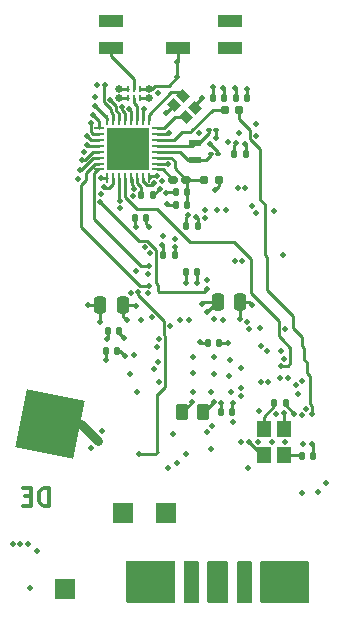
<source format=gbr>
G04 #@! TF.GenerationSoftware,KiCad,Pcbnew,(6.0.4)*
G04 #@! TF.CreationDate,2022-07-14T10:50:46-04:00*
G04 #@! TF.ProjectId,ratkit_design,7261746b-6974-45f6-9465-7369676e2e6b,RatKit2022_proA*
G04 #@! TF.SameCoordinates,PX41672a0PY65bcec0*
G04 #@! TF.FileFunction,Copper,L10,Bot*
G04 #@! TF.FilePolarity,Positive*
%FSLAX46Y46*%
G04 Gerber Fmt 4.6, Leading zero omitted, Abs format (unit mm)*
G04 Created by KiCad (PCBNEW (6.0.4)) date 2022-07-14 10:50:46*
%MOMM*%
%LPD*%
G01*
G04 APERTURE LIST*
G04 Aperture macros list*
%AMRoundRect*
0 Rectangle with rounded corners*
0 $1 Rounding radius*
0 $2 $3 $4 $5 $6 $7 $8 $9 X,Y pos of 4 corners*
0 Add a 4 corners polygon primitive as box body*
4,1,4,$2,$3,$4,$5,$6,$7,$8,$9,$2,$3,0*
0 Add four circle primitives for the rounded corners*
1,1,$1+$1,$2,$3*
1,1,$1+$1,$4,$5*
1,1,$1+$1,$6,$7*
1,1,$1+$1,$8,$9*
0 Add four rect primitives between the rounded corners*
20,1,$1+$1,$2,$3,$4,$5,0*
20,1,$1+$1,$4,$5,$6,$7,0*
20,1,$1+$1,$6,$7,$8,$9,0*
20,1,$1+$1,$8,$9,$2,$3,0*%
%AMRotRect*
0 Rectangle, with rotation*
0 The origin of the aperture is its center*
0 $1 length*
0 $2 width*
0 $3 Rotation angle, in degrees counterclockwise*
0 Add horizontal line*
21,1,$1,$2,0,0,$3*%
G04 Aperture macros list end*
%ADD10C,0.300000*%
G04 #@! TA.AperFunction,NonConductor*
%ADD11C,0.300000*%
G04 #@! TD*
G04 #@! TA.AperFunction,ComponentPad*
%ADD12R,1.700000X1.700000*%
G04 #@! TD*
G04 #@! TA.AperFunction,SMDPad,CuDef*
%ADD13RotRect,5.000000X5.000000X78.690000*%
G04 #@! TD*
G04 #@! TA.AperFunction,SMDPad,CuDef*
%ADD14R,1.200000X1.400000*%
G04 #@! TD*
G04 #@! TA.AperFunction,SMDPad,CuDef*
%ADD15RoundRect,0.140000X0.140000X0.170000X-0.140000X0.170000X-0.140000X-0.170000X0.140000X-0.170000X0*%
G04 #@! TD*
G04 #@! TA.AperFunction,SMDPad,CuDef*
%ADD16RoundRect,0.140000X-0.140000X-0.170000X0.140000X-0.170000X0.140000X0.170000X-0.140000X0.170000X0*%
G04 #@! TD*
G04 #@! TA.AperFunction,SMDPad,CuDef*
%ADD17RoundRect,0.062500X-0.337500X-0.062500X0.337500X-0.062500X0.337500X0.062500X-0.337500X0.062500X0*%
G04 #@! TD*
G04 #@! TA.AperFunction,SMDPad,CuDef*
%ADD18RoundRect,0.062500X-0.062500X-0.337500X0.062500X-0.337500X0.062500X0.337500X-0.062500X0.337500X0*%
G04 #@! TD*
G04 #@! TA.AperFunction,SMDPad,CuDef*
%ADD19R,3.600000X3.600000*%
G04 #@! TD*
G04 #@! TA.AperFunction,SMDPad,CuDef*
%ADD20RoundRect,0.135000X-0.135000X-0.185000X0.135000X-0.185000X0.135000X0.185000X-0.135000X0.185000X0*%
G04 #@! TD*
G04 #@! TA.AperFunction,SMDPad,CuDef*
%ADD21RoundRect,0.100000X-0.130000X-0.100000X0.130000X-0.100000X0.130000X0.100000X-0.130000X0.100000X0*%
G04 #@! TD*
G04 #@! TA.AperFunction,SMDPad,CuDef*
%ADD22RoundRect,0.250000X0.250000X0.475000X-0.250000X0.475000X-0.250000X-0.475000X0.250000X-0.475000X0*%
G04 #@! TD*
G04 #@! TA.AperFunction,SMDPad,CuDef*
%ADD23R,0.266700X0.548640*%
G04 #@! TD*
G04 #@! TA.AperFunction,SMDPad,CuDef*
%ADD24RoundRect,0.160000X0.222500X0.160000X-0.222500X0.160000X-0.222500X-0.160000X0.222500X-0.160000X0*%
G04 #@! TD*
G04 #@! TA.AperFunction,SMDPad,CuDef*
%ADD25RoundRect,0.160000X-0.197500X-0.160000X0.197500X-0.160000X0.197500X0.160000X-0.197500X0.160000X0*%
G04 #@! TD*
G04 #@! TA.AperFunction,SMDPad,CuDef*
%ADD26R,2.000000X1.000000*%
G04 #@! TD*
G04 #@! TA.AperFunction,SMDPad,CuDef*
%ADD27RoundRect,0.250000X0.262500X0.450000X-0.262500X0.450000X-0.262500X-0.450000X0.262500X-0.450000X0*%
G04 #@! TD*
G04 #@! TA.AperFunction,SMDPad,CuDef*
%ADD28R,1.100000X0.600000*%
G04 #@! TD*
G04 #@! TA.AperFunction,SMDPad,CuDef*
%ADD29RotRect,0.900000X0.800000X135.000000*%
G04 #@! TD*
G04 #@! TA.AperFunction,ViaPad*
%ADD30C,0.508000*%
G04 #@! TD*
G04 #@! TA.AperFunction,ViaPad*
%ADD31C,0.660400*%
G04 #@! TD*
G04 #@! TA.AperFunction,Conductor*
%ADD32C,0.254000*%
G04 #@! TD*
G04 #@! TA.AperFunction,Conductor*
%ADD33C,0.762000*%
G04 #@! TD*
G04 APERTURE END LIST*
D10*
D11*
X10977428Y13545429D02*
X10977428Y15045429D01*
X10620285Y15045429D01*
X10406000Y14974000D01*
X10263142Y14831143D01*
X10191714Y14688286D01*
X10120285Y14402572D01*
X10120285Y14188286D01*
X10191714Y13902572D01*
X10263142Y13759715D01*
X10406000Y13616858D01*
X10620285Y13545429D01*
X10977428Y13545429D01*
X9477428Y14331143D02*
X8977428Y14331143D01*
X8763142Y13545429D02*
X9477428Y13545429D01*
X9477428Y15045429D01*
X8763142Y15045429D01*
D12*
G04 #@! TO.P,J102,1,Pin_1*
G04 #@! TO.N,GND*
X12344400Y6502400D03*
G04 #@! TD*
G04 #@! TO.P,J103,1,Pin_1*
G04 #@! TO.N,V_Pot*
X20955000Y12954000D03*
G04 #@! TD*
G04 #@! TO.P,J101,1,Pin_1*
G04 #@! TO.N,V_Blue*
X17272000Y12954000D03*
G04 #@! TD*
D13*
G04 #@! TO.P,J51,1,1*
G04 #@! TO.N,/RatKit_Main/DE0*
X11074400Y20497800D03*
G04 #@! TD*
D14*
G04 #@! TO.P,Y50,1,1*
G04 #@! TO.N,/RatKit_Main/pXTAL1*
X29198200Y17823000D03*
G04 #@! TO.P,Y50,2,2*
G04 #@! TO.N,Net-(C55-Pad1)*
X29198200Y20023000D03*
G04 #@! TO.P,Y50,3,3*
G04 #@! TO.N,/RatKit_Main/pXTAL0*
X30898200Y20023000D03*
G04 #@! TO.P,Y50,4,4*
G04 #@! TO.N,Net-(C56-Pad1)*
X30898200Y17823000D03*
G04 #@! TD*
D15*
G04 #@! TO.P,C2,1*
G04 #@! TO.N,/RatKit_Main/L4SMPSb*
X22705000Y39039800D03*
G04 #@! TO.P,C2,2*
G04 #@! TO.N,GND*
X21745000Y39039800D03*
G04 #@! TD*
D16*
G04 #@! TO.P,C56,1*
G04 #@! TO.N,Net-(C56-Pad1)*
X32387600Y17729200D03*
G04 #@! TO.P,C56,2*
G04 #@! TO.N,GND*
X33347600Y17729200D03*
G04 #@! TD*
D17*
G04 #@! TO.P,U1,1,PB3*
G04 #@! TO.N,/RatKit_Main/PB3_ADC_VINP0*
X15253800Y42014200D03*
G04 #@! TO.P,U1,2,PB2*
G04 #@! TO.N,/RatKit_Main/PB2_ADC_VINM0*
X15253800Y42514200D03*
G04 #@! TO.P,U1,3,PB1*
G04 #@! TO.N,/RatKit_Main/PB1_ADC_VINP1*
X15253800Y43014200D03*
G04 #@! TO.P,U1,4,PB0*
G04 #@! TO.N,/RatKit_Main/PB0_ADC_VINM1*
X15253800Y43514200D03*
G04 #@! TO.P,U1,5,PA11*
G04 #@! TO.N,/RatKit_Main/SPI1_NSS*
X15253800Y44014200D03*
G04 #@! TO.P,U1,6,PA10*
G04 #@! TO.N,/RatKit_Main/SPI1_MISO*
X15253800Y44514200D03*
G04 #@! TO.P,U1,7,PA9*
G04 #@! TO.N,/RatKit_Main/SPI1_SCK*
X15253800Y45014200D03*
G04 #@! TO.P,U1,8,PA8*
G04 #@! TO.N,/RatKit_Main/SPI1_MOSI*
X15253800Y45514200D03*
D18*
G04 #@! TO.P,U1,9,PA0*
G04 #@! TO.N,/RatKit_Main/uI2C1_SCL*
X15953800Y46214200D03*
G04 #@! TO.P,U1,10,PA1*
G04 #@! TO.N,/RatKit_Main/uI2C1_SDA*
X16453800Y46214200D03*
G04 #@! TO.P,U1,11,PA2*
G04 #@! TO.N,/RatKit_Main/uSWDIO*
X16953800Y46214200D03*
G04 #@! TO.P,U1,12,PA3*
G04 #@! TO.N,/RatKit_Main/uSWDCLK*
X17453800Y46214200D03*
G04 #@! TO.P,U1,13,VDD2*
G04 #@! TO.N,V_Blue*
X17953800Y46214200D03*
G04 #@! TO.P,U1,14,RF1*
G04 #@! TO.N,/RatKit_Main/RF*
X18453800Y46214200D03*
G04 #@! TO.P,U1,15,VDDRF*
G04 #@! TO.N,V_Blue*
X18953800Y46214200D03*
G04 #@! TO.P,U1,16,OSCOUT*
G04 #@! TO.N,/RatKit_Main/OSCOUT_HS*
X19453800Y46214200D03*
D17*
G04 #@! TO.P,U1,17,OSCIN*
G04 #@! TO.N,/RatKit_Main/OSCIN_HS*
X20153800Y45514200D03*
G04 #@! TO.P,U1,18,PB15*
G04 #@! TO.N,/RatKit_Main/uI2C1_SMBA*
X20153800Y45014200D03*
G04 #@! TO.P,U1,19,PB14*
G04 #@! TO.N,Net-(R2-Pad1)*
X20153800Y44514200D03*
G04 #@! TO.P,U1,20,PB13_XTAL1*
G04 #@! TO.N,/RatKit_Main/XTAL1_LS*
X20153800Y44014200D03*
G04 #@! TO.P,U1,21,PB12_XTAL0*
G04 #@! TO.N,/RatKit_Main/XTAL0_LS*
X20153800Y43514200D03*
G04 #@! TO.P,U1,22,VFBSD*
G04 #@! TO.N,/RatKit_Main/L4SMPSb*
X20153800Y43014200D03*
G04 #@! TO.P,U1,23,VSSSD*
G04 #@! TO.N,GND*
X20153800Y42514200D03*
G04 #@! TO.P,U1,24,VLXSD*
G04 #@! TO.N,/RatKit_Main/L4SMPSa*
X20153800Y42014200D03*
D18*
G04 #@! TO.P,U1,25,VDDSD*
G04 #@! TO.N,V_Blue*
X19453800Y41314200D03*
G04 #@! TO.P,U1,26,RSTN*
G04 #@! TO.N,/RatKit_Main/uRSTN*
X18953800Y41314200D03*
G04 #@! TO.P,U1,27,VCAP*
G04 #@! TO.N,/RatKit_Main/uVCAP*
X18453800Y41314200D03*
G04 #@! TO.P,U1,28,PB7*
G04 #@! TO.N,/RatKit_Main/INT_pIn_uACKOUT*
X17953800Y41314200D03*
G04 #@! TO.P,U1,29,PB6*
G04 #@! TO.N,/RatKit_Main/INT_pINTOUT_uIn*
X17453800Y41314200D03*
G04 #@! TO.P,U1,30,PB5*
G04 #@! TO.N,/RatKit_Main/INT_pACKOUT_uIn*
X16953800Y41314200D03*
G04 #@! TO.P,U1,31,PB4*
G04 #@! TO.N,/RatKit_Main/PB4_pRSTN*
X16453800Y41314200D03*
G04 #@! TO.P,U1,32,VDD1*
G04 #@! TO.N,V_Blue*
X15953800Y41314200D03*
D19*
G04 #@! TO.P,U1,33,EP*
G04 #@! TO.N,GND*
X17703800Y43764200D03*
G04 #@! TD*
D15*
G04 #@! TO.P,C69,1*
G04 #@! TO.N,V_Pot*
X23568600Y33324800D03*
G04 #@! TO.P,C69,2*
G04 #@! TO.N,GND*
X22608600Y33324800D03*
G04 #@! TD*
D16*
G04 #@! TO.P,C71,1*
G04 #@! TO.N,V_Pot*
X25552400Y21463000D03*
G04 #@! TO.P,C71,2*
G04 #@! TO.N,GND*
X26512400Y21463000D03*
G04 #@! TD*
D20*
G04 #@! TO.P,C3,1*
G04 #@! TO.N,/RatKit_Main/uVCAP*
X18819400Y39827200D03*
G04 #@! TO.P,C3,2*
G04 #@! TO.N,GND*
X19839400Y39827200D03*
G04 #@! TD*
D21*
G04 #@! TO.P,C4,1*
G04 #@! TO.N,/RatKit_Main/XTAL0_LS*
X24699000Y43357800D03*
G04 #@! TO.P,C4,2*
G04 #@! TO.N,GND*
X25339000Y43357800D03*
G04 #@! TD*
D22*
G04 #@! TO.P,C68,1*
G04 #@! TO.N,V_Pot*
X27188200Y30784800D03*
G04 #@! TO.P,C68,2*
G04 #@! TO.N,GND*
X25288200Y30784800D03*
G04 #@! TD*
D23*
G04 #@! TO.P,AT1,1,G1*
G04 #@! TO.N,GND*
X18694400Y48038512D03*
G04 #@! TO.P,AT1,2,IO2*
G04 #@! TO.N,/RatKit_Main/RF*
X18186400Y48038512D03*
G04 #@! TO.P,AT1,3,G3*
G04 #@! TO.N,GND*
X17678400Y48038512D03*
G04 #@! TO.P,AT1,4,G4*
X17678400Y48837088D03*
G04 #@! TO.P,AT1,5,IO5*
G04 #@! TO.N,/RatKit_Main/AE50*
X18186400Y48837088D03*
G04 #@! TO.P,AT1,6,G6*
G04 #@! TO.N,GND*
X18694400Y48837088D03*
G04 #@! TD*
D15*
G04 #@! TO.P,C12,1*
G04 #@! TO.N,V_Blue*
X19250600Y37896800D03*
G04 #@! TO.P,C12,2*
G04 #@! TO.N,GND*
X18290600Y37896800D03*
G04 #@! TD*
D24*
G04 #@! TO.P,L1,1*
G04 #@! TO.N,/RatKit_Main/L4SMPSb*
X22619700Y41148000D03*
G04 #@! TO.P,L1,2*
G04 #@! TO.N,/RatKit_Main/L4SMPSa*
X21474700Y41148000D03*
G04 #@! TD*
D25*
G04 #@! TO.P,R1,1*
G04 #@! TO.N,/RatKit_Main/L4SMPSb*
X24167500Y41148000D03*
G04 #@! TO.P,R1,2*
G04 #@! TO.N,V_Blue*
X25362500Y41148000D03*
G04 #@! TD*
D16*
G04 #@! TO.P,C55,1*
G04 #@! TO.N,Net-(C55-Pad1)*
X30076200Y22199600D03*
G04 #@! TO.P,C55,2*
G04 #@! TO.N,GND*
X31036200Y22199600D03*
G04 #@! TD*
D22*
G04 #@! TO.P,C65,1*
G04 #@! TO.N,V_Pot*
X17256800Y30505400D03*
G04 #@! TO.P,C65,2*
G04 #@! TO.N,GND*
X15356800Y30505400D03*
G04 #@! TD*
D15*
G04 #@! TO.P,C66,1*
G04 #@! TO.N,V_Pot*
X16786800Y26619200D03*
G04 #@! TO.P,C66,2*
G04 #@! TO.N,GND*
X15826800Y26619200D03*
G04 #@! TD*
G04 #@! TO.P,C14,1*
G04 #@! TO.N,V_Blue*
X27658000Y43357800D03*
G04 #@! TO.P,C14,2*
G04 #@! TO.N,GND*
X26698000Y43357800D03*
G04 #@! TD*
G04 #@! TO.P,C10,1*
G04 #@! TO.N,V_Blue*
X25829200Y48082200D03*
G04 #@! TO.P,C10,2*
G04 #@! TO.N,GND*
X24869200Y48082200D03*
G04 #@! TD*
D26*
G04 #@! TO.P,AE1,1,NC1*
G04 #@! TO.N,unconnected-(AE1-Pad1)*
X16260600Y54591600D03*
G04 #@! TO.P,AE1,2,Feed*
G04 #@! TO.N,/RatKit_Main/AE50*
X16260600Y52291600D03*
G04 #@! TO.P,AE1,3,GND*
G04 #@! TO.N,GND*
X21960600Y52291600D03*
G04 #@! TO.P,AE1,4,NC4*
G04 #@! TO.N,unconnected-(AE1-Pad4)*
X26360600Y52291600D03*
G04 #@! TO.P,AE1,5,NC5*
G04 #@! TO.N,unconnected-(AE1-Pad5)*
X26360600Y54591600D03*
G04 #@! TD*
D25*
G04 #@! TO.P,R2,1*
G04 #@! TO.N,Net-(R2-Pad1)*
X25869300Y47040800D03*
G04 #@! TO.P,R2,2*
G04 #@! TO.N,Net-(D1-Pad2)*
X27064300Y47040800D03*
G04 #@! TD*
D15*
G04 #@! TO.P,C15,1*
G04 #@! TO.N,V_Blue*
X21638200Y34798000D03*
G04 #@! TO.P,C15,2*
G04 #@! TO.N,GND*
X20678200Y34798000D03*
G04 #@! TD*
G04 #@! TO.P,C16,1*
G04 #@! TO.N,V_Blue*
X23594000Y37185600D03*
G04 #@! TO.P,C16,2*
G04 #@! TO.N,GND*
X22634000Y37185600D03*
G04 #@! TD*
D21*
G04 #@! TO.P,C5,1*
G04 #@! TO.N,/RatKit_Main/XTAL1_LS*
X24546600Y45364400D03*
G04 #@! TO.P,C5,2*
G04 #@! TO.N,GND*
X25186600Y45364400D03*
G04 #@! TD*
D15*
G04 #@! TO.P,C67,1*
G04 #@! TO.N,V_Pot*
X16964600Y28371800D03*
G04 #@! TO.P,C67,2*
G04 #@! TO.N,GND*
X16004600Y28371800D03*
G04 #@! TD*
D27*
G04 #@! TO.P,C70,1*
G04 #@! TO.N,V_Pot*
X24077300Y21513800D03*
G04 #@! TO.P,C70,2*
G04 #@! TO.N,GND*
X22252300Y21513800D03*
G04 #@! TD*
D28*
G04 #@! TO.P,Y2,1,1*
G04 #@! TO.N,/RatKit_Main/XTAL0_LS*
X23339150Y42839050D03*
G04 #@! TO.P,Y2,2,2*
G04 #@! TO.N,/RatKit_Main/XTAL1_LS*
X23339150Y44239050D03*
G04 #@! TD*
D16*
G04 #@! TO.P,C63,1*
G04 #@! TO.N,pVbias_Cap*
X24462800Y27305000D03*
G04 #@! TO.P,C63,2*
G04 #@! TO.N,GND*
X25422800Y27305000D03*
G04 #@! TD*
D15*
G04 #@! TO.P,C1,1*
G04 #@! TO.N,/RatKit_Main/L4SMPSb*
X22705000Y40081200D03*
G04 #@! TO.P,C1,2*
G04 #@! TO.N,GND*
X21745000Y40081200D03*
G04 #@! TD*
D29*
G04 #@! TO.P,Y1,1,1*
G04 #@! TO.N,/RatKit_Main/OSCIN_HS*
X22590183Y46466183D03*
G04 #@! TO.P,Y1,2,2*
G04 #@! TO.N,GND*
X21600234Y47456132D03*
G04 #@! TO.P,Y1,3,3*
G04 #@! TO.N,/RatKit_Main/OSCOUT_HS*
X22378051Y48233949D03*
G04 #@! TO.P,Y1,4,4*
G04 #@! TO.N,GND*
X23368000Y47244000D03*
G04 #@! TD*
D15*
G04 #@! TO.P,C11,1*
G04 #@! TO.N,V_Blue*
X27785000Y48082200D03*
G04 #@! TO.P,C11,2*
G04 #@! TO.N,GND*
X26825000Y48082200D03*
G04 #@! TD*
D30*
G04 #@! TO.N,GND*
X27635200Y40436800D03*
X18288000Y8229600D03*
X21158200Y7086600D03*
X20574000Y35636200D03*
X27965400Y28473400D03*
X32791400Y21691600D03*
X18288000Y6375400D03*
X26720800Y34290000D03*
X16179800Y44424600D03*
X32410400Y21183600D03*
X24688800Y23139400D03*
X29591000Y24028400D03*
X20345400Y24028400D03*
X26797000Y48869600D03*
X18237200Y26314400D03*
X15367000Y29133800D03*
D31*
X16916400Y48818800D03*
D30*
X30124400Y8178800D03*
X26187400Y27355800D03*
X26877582Y44290818D03*
X30226000Y21336000D03*
X19075400Y42570400D03*
X25019000Y26162000D03*
D31*
X19481800Y48031400D03*
D30*
X23749000Y45135800D03*
X21869400Y49809400D03*
X27305000Y22809200D03*
X29438600Y5740400D03*
X15113000Y49149000D03*
D31*
X16941800Y48031400D03*
D30*
X19405600Y8229600D03*
X15494000Y19837400D03*
X19075400Y44069000D03*
X17932400Y31546800D03*
X29235400Y7239000D03*
X23190200Y23139400D03*
X21488900Y19583900D03*
X23113011Y22301200D03*
X17830800Y24662900D03*
X33248600Y18745200D03*
X20370800Y40360600D03*
X13944600Y43459400D03*
X24409400Y29946600D03*
X19100800Y35458400D03*
X27305000Y18973800D03*
X28498800Y38354000D03*
X32410400Y5969000D03*
X24688800Y18364200D03*
X26365200Y25908000D03*
X15875500Y27660600D03*
X20878800Y40030400D03*
X30937200Y25984200D03*
X23926800Y48031400D03*
X17018000Y38709600D03*
X22580600Y32433035D03*
X21082000Y42494200D03*
X28702000Y18923000D03*
D31*
X19456400Y48844200D03*
D30*
X27101800Y45059600D03*
X20624800Y36398200D03*
X18770600Y29238600D03*
X15392400Y39903400D03*
X24917400Y48996600D03*
X14300200Y30505400D03*
X32435800Y24104600D03*
X20802600Y5715000D03*
X31242000Y24358600D03*
X16738600Y42265600D03*
X14935200Y48183800D03*
X31750000Y21336000D03*
X17957800Y42900600D03*
X25019000Y24663400D03*
X18161000Y39751000D03*
X25171400Y44653200D03*
X22787057Y38154057D03*
X13487400Y41198800D03*
X20472400Y8204200D03*
X23241000Y26162000D03*
X19380200Y31521400D03*
X21869400Y51104800D03*
X9220200Y10287000D03*
X27813000Y29083000D03*
X9398000Y6604000D03*
X24231600Y38582600D03*
X28956000Y27071700D03*
X24384000Y19786600D03*
X24673541Y44135069D03*
X32486600Y18745200D03*
X20929600Y46786800D03*
X15875000Y25857200D03*
X24003000Y30657800D03*
X20574000Y40995600D03*
X18059400Y44323000D03*
X26604885Y20616182D03*
X32054800Y22987000D03*
X31387212Y8173427D03*
X20980400Y39090600D03*
X26593800Y22225000D03*
X19431000Y33172400D03*
X28829000Y21590000D03*
X19939000Y25095200D03*
X26263600Y24485600D03*
X18364200Y37109400D03*
X14579600Y18465800D03*
X20269200Y48488600D03*
X32461200Y8128000D03*
X7924800Y10287000D03*
X25273000Y38582600D03*
X26390600Y23139400D03*
X23241000Y24790400D03*
G04 #@! TO.N,/RatKit_Main/uRSTN*
X19939000Y40843200D03*
X8585200Y10287000D03*
X18618200Y17881600D03*
X18555145Y31668379D03*
G04 #@! TO.N,V_Blue*
X15417800Y41325800D03*
X27609800Y44195502D03*
X17805400Y47142400D03*
X25908000Y7035800D03*
X30810200Y34798000D03*
X25908000Y5613400D03*
X25730200Y48920400D03*
X19050000Y47117000D03*
X24612600Y7035800D03*
X25044400Y40259000D03*
X23444200Y38023800D03*
X21641383Y36163643D03*
X28524200Y44831000D03*
X19507200Y37160200D03*
X28549600Y45847000D03*
X10007600Y9677400D03*
X30073600Y38506400D03*
X24663400Y8407400D03*
X21666200Y35483800D03*
X24663400Y5613400D03*
X20116800Y41478200D03*
X25908000Y8382000D03*
X27736800Y48793400D03*
G04 #@! TO.N,pVbias_Cap*
X23799800Y27406600D03*
G04 #@! TO.N,V_Pot*
X20202443Y25730700D03*
X24815800Y20294600D03*
X17449800Y26212800D03*
X17576800Y29235400D03*
X22682200Y5664200D03*
X22656800Y7569200D03*
X23444200Y6680200D03*
X34493200Y15443200D03*
X27178000Y6451600D03*
X27203400Y29311600D03*
X27152600Y7467600D03*
X18364200Y30480000D03*
X17398500Y27762200D03*
X25552400Y22250400D03*
X24942800Y22301200D03*
X30988000Y28473400D03*
X27940000Y8509000D03*
X23444200Y8509000D03*
X28233195Y30523519D03*
X23571200Y32433035D03*
X27965400Y5638800D03*
X25019000Y29337000D03*
G04 #@! TO.N,Net-(D1-Pad2)*
X33289410Y21298434D03*
G04 #@! TO.N,/RatKit_Main/uSWDIO*
X16154400Y47929800D03*
X26974800Y40411400D03*
G04 #@! TO.N,/RatKit_Main/uSWDCLK*
X17170400Y47320200D03*
X26162000Y44297600D03*
G04 #@! TO.N,/RatKit_Main/PB0_ADC_VINM1*
X13797636Y42842152D03*
X19532600Y34899600D03*
G04 #@! TO.N,/RatKit_Main/PB1_ADC_VINP1*
X13649243Y41951357D03*
X27372105Y34261163D03*
G04 #@! TO.N,/RatKit_Main/uI2C1_SDA*
X15748000Y49149000D03*
X28168600Y38912800D03*
G04 #@! TO.N,/RatKit_Main/PB2_ADC_VINM0*
X19481800Y32156400D03*
G04 #@! TO.N,/RatKit_Main/uI2C1_SCL*
X26009600Y38557200D03*
X14909800Y47421800D03*
G04 #@! TO.N,/RatKit_Main/PB3_ADC_VINP0*
X19456400Y33858200D03*
G04 #@! TO.N,/RatKit_Main/uI2C1_SMBA*
X24244704Y37936795D03*
X21183600Y45085000D03*
G04 #@! TO.N,/RatKit_Main/PB4_pRSTN*
X18415000Y33375600D03*
X15697700Y40504315D03*
X29489400Y26670000D03*
X24384000Y32613600D03*
G04 #@! TO.N,/RatKit_Main/SPI1_NSS*
X31903415Y23724647D03*
X14198600Y44043600D03*
G04 #@! TO.N,/RatKit_Main/SPI1_MISO*
X30607000Y24358600D03*
X14206687Y44842372D03*
X15290800Y39268400D03*
X24358600Y31851600D03*
G04 #@! TO.N,/RatKit_Main/SPI1_SCK*
X14579600Y45974000D03*
X27305000Y23495000D03*
G04 #@! TO.N,/RatKit_Main/SPI1_MOSI*
X14706600Y46634400D03*
X28956000Y24056700D03*
G04 #@! TO.N,/RatKit_Main/INT_pIn_uACKOUT*
X30632400Y26670000D03*
X18233943Y40382743D03*
G04 #@! TO.N,/RatKit_Main/INT_pINTOUT_uIn*
X30683200Y25400000D03*
G04 #@! TO.N,/RatKit_Main/INT_pACKOUT_uIn*
X27279600Y25171400D03*
X17037321Y39353735D03*
G04 #@! TO.N,/RatKit_Main/pXTAL1*
X27940000Y18923000D03*
G04 #@! TO.N,/RatKit_Main/pXTAL0*
X30937200Y21361400D03*
G04 #@! TO.N,/RatKit_Main/E_AIN0*
X33807400Y14706600D03*
X20193000Y27000200D03*
G04 #@! TO.N,/RatKit_Main/E_AIN1*
X20345400Y27660600D03*
X32461200Y14655800D03*
G04 #@! TO.N,/RatKit_Main/E_AFE2*
X30988000Y18903502D03*
X22123400Y29286200D03*
G04 #@! TO.N,/RatKit_Main/E_AIN2*
X21818600Y17195800D03*
X21232965Y28722321D03*
G04 #@! TO.N,/RatKit_Main/E_AFE3*
X29921200Y18948400D03*
X28905200Y28575000D03*
G04 #@! TO.N,/RatKit_Main/E_AIN3*
X21056600Y16738600D03*
X19735800Y29489400D03*
G04 #@! TO.N,/RatKit_Main/E_AFE4*
X27863800Y16738600D03*
X25781000Y29260800D03*
G04 #@! TO.N,/RatKit_Main/E_AFE1*
X22606000Y17907000D03*
X22860000Y29286200D03*
G04 #@! TO.N,/RatKit_Main/DE0*
X18491200Y23164800D03*
X15189200Y19024600D03*
G04 #@! TD*
D32*
G04 #@! TO.N,/RatKit_Main/AE50*
X18186400Y49682400D02*
X16260597Y51608203D01*
X18186400Y48837088D02*
X18186400Y49682400D01*
X16260597Y51608203D02*
X16260597Y52291590D01*
G04 #@! TO.N,GND*
X15356800Y30505400D02*
X14300200Y30505400D01*
X21960600Y51196000D02*
X21869400Y51104800D01*
X22325611Y21513800D02*
X23113011Y22301200D01*
X21960600Y52291600D02*
X21960600Y51196000D01*
X15356800Y29144000D02*
X15367000Y29133800D01*
X19474688Y48038512D02*
X19481800Y48031400D01*
X33347600Y17729200D02*
X33347600Y18646200D01*
X15826800Y25905400D02*
X15875000Y25857200D01*
X16004600Y28371800D02*
X16004600Y27789700D01*
X22634000Y37185600D02*
X22634000Y38001000D01*
X26512400Y22143600D02*
X26593800Y22225000D01*
X20678200Y34798000D02*
X20678200Y35532000D01*
X20678200Y35532000D02*
X20574000Y35636200D01*
X33347600Y18646200D02*
X33248600Y18745200D01*
X22608600Y33324800D02*
X22608600Y32461035D01*
X25247600Y30784800D02*
X24409400Y29946600D01*
X18694400Y48038512D02*
X19474688Y48038512D01*
X24869200Y48948400D02*
X24917400Y48996600D01*
X22252300Y21513800D02*
X22325611Y21513800D01*
X18290600Y37183000D02*
X18364200Y37109400D01*
X17678400Y48038512D02*
X16948912Y48038512D01*
X16004600Y27789700D02*
X15875500Y27660600D01*
X25186600Y45364400D02*
X25186600Y44668400D01*
X20153800Y42514200D02*
X21062000Y42514200D01*
X26698000Y43357800D02*
X26698000Y44111236D01*
X21600234Y47456132D02*
X21598932Y47456132D01*
X18694400Y48837088D02*
X19449288Y48837088D01*
X19839400Y39827200D02*
X19839400Y39829200D01*
X23368000Y47244000D02*
X23368000Y47472600D01*
X26825000Y48082200D02*
X26825000Y48841600D01*
X26512400Y21463000D02*
X26512400Y22143600D01*
X25339000Y43357800D02*
X25339000Y43469610D01*
X31036200Y22049800D02*
X31750000Y21336000D01*
X22634000Y38001000D02*
X22787057Y38154057D01*
X25288200Y30784800D02*
X25247600Y30784800D01*
X16934688Y48837088D02*
X16916400Y48818800D01*
X21031200Y39039800D02*
X20980400Y39090600D01*
X21869400Y51104800D02*
X21869400Y49809400D01*
X25422800Y27305000D02*
X26136600Y27305000D01*
X21745000Y40081200D02*
X20929600Y40081200D01*
X21598932Y47456132D02*
X20929600Y46786800D01*
X15356800Y30505400D02*
X15356800Y29144000D01*
X26136600Y27305000D02*
X26187400Y27355800D01*
X25288200Y30784800D02*
X24130000Y30784800D01*
X21869400Y49809400D02*
X21158200Y49098200D01*
X15826800Y26619200D02*
X15826800Y25905400D01*
X31036200Y22199600D02*
X31036200Y22049800D01*
X19456400Y48844200D02*
X19735800Y48844200D01*
X24130000Y30784800D02*
X24003000Y30657800D01*
X20929600Y40081200D02*
X20878800Y40030400D01*
X25339000Y43469610D02*
X24673541Y44135069D01*
X26698000Y44111236D02*
X26877582Y44290818D01*
X17678400Y48837088D02*
X16934688Y48837088D01*
X21745000Y39039800D02*
X21031200Y39039800D01*
X21062000Y42514200D02*
X21082000Y42494200D01*
X23368000Y47472600D02*
X23926800Y48031400D01*
X18290600Y37896800D02*
X18290600Y37183000D01*
X16948912Y48038512D02*
X16941800Y48031400D01*
X25186600Y44668400D02*
X25171400Y44653200D01*
X26825000Y48841600D02*
X26797000Y48869600D01*
X22608600Y32461035D02*
X22580600Y32433035D01*
X19735800Y48844200D02*
X19989800Y49098200D01*
X24869200Y48082200D02*
X24869200Y48948400D01*
X19839400Y39829200D02*
X20370800Y40360600D01*
X21158200Y49098200D02*
X19989800Y49098200D01*
X19449288Y48837088D02*
X19456400Y48844200D01*
G04 #@! TO.N,/RatKit_Main/RF*
X18453811Y46214208D02*
X18453811Y47408389D01*
X18186400Y47675800D02*
X18186400Y48038512D01*
X18453811Y47408389D02*
X18186400Y47675800D01*
G04 #@! TO.N,/RatKit_Main/XTAL0_LS*
X24271650Y42839050D02*
X23339150Y42839050D01*
X20153800Y43514200D02*
X22068600Y43514200D01*
X22068600Y43514200D02*
X22743750Y42839050D01*
X24699000Y43266400D02*
X24271650Y42839050D01*
X22743750Y42839050D02*
X23339150Y42839050D01*
X24699000Y43357800D02*
X24699000Y43266400D01*
G04 #@! TO.N,/RatKit_Main/XTAL1_LS*
X23339150Y44239050D02*
X23690450Y44239050D01*
X24546600Y45095200D02*
X24546600Y45364400D01*
X23690450Y44239050D02*
X24546600Y45095200D01*
X20153800Y44014200D02*
X23114300Y44014200D01*
X23114300Y44014200D02*
X23339150Y44239050D01*
G04 #@! TO.N,/RatKit_Main/uRSTN*
X20243800Y23012400D02*
X20193000Y23012400D01*
X18953800Y41314200D02*
X18953800Y41003202D01*
X20852911Y23621511D02*
X20243800Y23012400D01*
X20015200Y17881600D02*
X18618200Y17881600D01*
X20218400Y18084800D02*
X20015200Y17881600D01*
X20725454Y28017146D02*
X20852911Y27889689D01*
X18567400Y31375530D02*
X20725454Y29217476D01*
X19270922Y40686080D02*
X19781880Y40686080D01*
X18567400Y31656124D02*
X18567400Y31375530D01*
X20193000Y23012400D02*
X20193000Y18110200D01*
X20193000Y18110200D02*
X20218400Y18084800D01*
X18953800Y41003202D02*
X19270922Y40686080D01*
X20852911Y27889689D02*
X20852911Y23621511D01*
X19781880Y40686080D02*
X19939000Y40843200D01*
X18555145Y31668379D02*
X18567400Y31656124D01*
X20725454Y29217476D02*
X20725454Y28017146D01*
G04 #@! TO.N,V_Blue*
X21638200Y35455800D02*
X21666200Y35483800D01*
X18953800Y46214200D02*
X18953800Y47020800D01*
X17953800Y46994000D02*
X17805400Y47142400D01*
X23594000Y37185600D02*
X23594000Y37874000D01*
X27785000Y48745200D02*
X27736800Y48793400D01*
X23594000Y37874000D02*
X23444200Y38023800D01*
X25362500Y41148000D02*
X25362500Y40577100D01*
X27658000Y44147302D02*
X27609800Y44195502D01*
X27658000Y43357800D02*
X27658000Y44147302D01*
X27785000Y48082200D02*
X27785000Y48745200D01*
X25362500Y40577100D02*
X25044400Y40259000D01*
X25829200Y48821400D02*
X25730200Y48920400D01*
X19453800Y41314200D02*
X19617800Y41478200D01*
X19617800Y41478200D02*
X20116800Y41478200D01*
X25829200Y48082200D02*
X25829200Y48821400D01*
X18953800Y47020800D02*
X19050000Y47117000D01*
X19250600Y37416800D02*
X19507200Y37160200D01*
X17953800Y46214200D02*
X17953800Y46994000D01*
X21638200Y34798000D02*
X21638200Y35455800D01*
X19250600Y37896800D02*
X19250600Y37416800D01*
X15429400Y41314200D02*
X15417800Y41325800D01*
X15953800Y41314200D02*
X15429400Y41314200D01*
G04 #@! TO.N,Net-(C55-Pad1)*
X30076200Y21948200D02*
X30076200Y22199600D01*
X29198200Y21070200D02*
X29198200Y20023000D01*
X29198200Y21070200D02*
X30076200Y21948200D01*
G04 #@! TO.N,Net-(C56-Pad1)*
X32293800Y17823000D02*
X32387600Y17729200D01*
X30898200Y17823000D02*
X32293800Y17823000D01*
G04 #@! TO.N,pVbias_Cap*
X23901400Y27305000D02*
X23799800Y27406600D01*
X24462800Y27305000D02*
X23901400Y27305000D01*
G04 #@! TO.N,V_Pot*
X23568600Y33324800D02*
X23568600Y32435635D01*
X17043400Y26619200D02*
X17449800Y26212800D01*
X25552400Y21463000D02*
X25552400Y22250400D01*
X17256800Y30505400D02*
X17256800Y29555400D01*
X16786800Y26619200D02*
X17043400Y26619200D01*
X16964600Y28371800D02*
X16964600Y28196100D01*
X18338800Y30505400D02*
X18364200Y30480000D01*
X27203400Y29311600D02*
X27203400Y30769600D01*
X27203400Y30769600D02*
X27188200Y30784800D01*
X16964600Y28196100D02*
X17398500Y27762200D01*
X24155400Y21513800D02*
X24942800Y22301200D01*
X27188200Y30784800D02*
X27971914Y30784800D01*
X17256800Y29555400D02*
X17576800Y29235400D01*
X17256800Y30505400D02*
X18338800Y30505400D01*
X23568600Y32435635D02*
X23571200Y32433035D01*
X27971914Y30784800D02*
X28233195Y30523519D01*
X24077300Y21513800D02*
X24155400Y21513800D01*
G04 #@! TO.N,Net-(D1-Pad2)*
X32613600Y26873200D02*
X32461200Y27025600D01*
X33096200Y22148800D02*
X33096200Y24485600D01*
X29438600Y34620200D02*
X29311600Y34747200D01*
X33096200Y22148800D02*
X33298911Y21946089D01*
X28854400Y39497000D02*
X28854400Y43764200D01*
X28016689Y45186111D02*
X28016200Y45186600D01*
X32461200Y27787600D02*
X31648400Y28600400D01*
X29438600Y31826200D02*
X29438600Y34620200D01*
X32461200Y27025600D02*
X32461200Y27787600D01*
X33096200Y24485600D02*
X32816800Y24765000D01*
X33298911Y21307935D02*
X33289410Y21298434D01*
X31648400Y29616400D02*
X29438600Y31826200D01*
X32613600Y25908000D02*
X32613600Y26873200D01*
X28016200Y45186600D02*
X28016200Y45339000D01*
X32816800Y24765000D02*
X32816800Y25704800D01*
X28016689Y44601911D02*
X28016689Y45186111D01*
X28854400Y43764200D02*
X28016689Y44601911D01*
X33298911Y21946089D02*
X33298911Y21307935D01*
X32816800Y25704800D02*
X32613600Y25908000D01*
X31648400Y28600400D02*
X31648400Y29616400D01*
X28016200Y45339000D02*
X27064300Y46290900D01*
X27064300Y46290900D02*
X27064300Y47040800D01*
X29311600Y34747200D02*
X29311600Y39039800D01*
X29311600Y39039800D02*
X28854400Y39497000D01*
G04 #@! TO.N,/RatKit_Main/uSWDIO*
X16662400Y47421800D02*
X16154400Y47929800D01*
X16953800Y46738134D02*
X16662400Y47029534D01*
X16662400Y47029534D02*
X16662400Y47142400D01*
X16953800Y46214200D02*
X16953800Y46738134D01*
X16662400Y47142400D02*
X16662400Y47421800D01*
G04 #@! TO.N,/RatKit_Main/uSWDCLK*
X17433835Y46796235D02*
X17170400Y47059670D01*
X17453800Y46214200D02*
X17453800Y46776270D01*
X17170400Y47059670D02*
X17170400Y47320200D01*
X17453800Y46776270D02*
X17433835Y46796235D01*
G04 #@! TO.N,/RatKit_Main/PB0_ADC_VINM1*
X14717130Y43514200D02*
X14045082Y42842152D01*
X14045082Y42842152D02*
X13797636Y42842152D01*
X15253800Y43514200D02*
X14717130Y43514200D01*
G04 #@! TO.N,/RatKit_Main/PB1_ADC_VINP1*
X14769400Y43014200D02*
X13706557Y41951357D01*
X13706557Y41951357D02*
X13649243Y41951357D01*
X15253800Y43014200D02*
X14769400Y43014200D01*
G04 #@! TO.N,/RatKit_Main/uI2C1_SDA*
X15646889Y49047889D02*
X15646889Y47719581D01*
X15646889Y47719581D02*
X16224070Y47142400D01*
X15748000Y49149000D02*
X15646889Y49047889D01*
X16224070Y47142400D02*
X16256000Y47142400D01*
X16453800Y46699998D02*
X16453800Y46214200D01*
X16256000Y47142400D02*
X16256000Y46897798D01*
X16256000Y46897798D02*
X16453800Y46699998D01*
G04 #@! TO.N,/RatKit_Main/PB2_ADC_VINM0*
X13690600Y40684270D02*
X13690600Y37160200D01*
X15253800Y42514200D02*
X14929800Y42514200D01*
X15253800Y42514200D02*
X14942802Y42514200D01*
X14147800Y41141470D02*
X13690600Y40684270D01*
X14942802Y42514200D02*
X14147800Y41719198D01*
X13690600Y37160200D02*
X18312184Y32538616D01*
X18694400Y32156400D02*
X19481800Y32156400D01*
X14147800Y41719198D02*
X14147800Y41141470D01*
X18312184Y32538616D02*
X18694400Y32156400D01*
G04 #@! TO.N,/RatKit_Main/uI2C1_SCL*
X15953800Y46377800D02*
X14909800Y47421800D01*
X15953800Y46214200D02*
X15953800Y46377800D01*
G04 #@! TO.N,/RatKit_Main/PB3_ADC_VINP0*
X14782800Y37846000D02*
X14782800Y41681400D01*
X18770600Y33858200D02*
X14782800Y37846000D01*
X15115600Y42014200D02*
X15253800Y42014200D01*
X14782800Y41681400D02*
X15115600Y42014200D01*
X19456400Y33858200D02*
X18770600Y33858200D01*
G04 #@! TO.N,/RatKit_Main/uI2C1_SMBA*
X20153800Y45014200D02*
X21112800Y45014200D01*
X21112800Y45014200D02*
X21183600Y45085000D01*
G04 #@! TO.N,/RatKit_Main/PB4_pRSTN*
X16453800Y41314200D02*
X16453800Y40787000D01*
X16129000Y40462200D02*
X15739815Y40462200D01*
X15739815Y40462200D02*
X15697700Y40504315D01*
X16453800Y40787000D02*
X16129000Y40462200D01*
G04 #@! TO.N,Net-(R2-Pad1)*
X22250400Y45161200D02*
X23063200Y45161200D01*
X24866600Y47040800D02*
X25869300Y47040800D01*
X20153800Y44514200D02*
X21603400Y44514200D01*
X23063200Y45237400D02*
X24866600Y47040800D01*
X21603400Y44514200D02*
X22250400Y45161200D01*
X23063200Y45161200D02*
X23063200Y45237400D01*
G04 #@! TO.N,/RatKit_Main/SPI1_NSS*
X15253800Y44014200D02*
X14228000Y44014200D01*
X14228000Y44014200D02*
X14198600Y44043600D01*
G04 #@! TO.N,/RatKit_Main/SPI1_MISO*
X15253800Y44514200D02*
X14534859Y44514200D01*
X15290800Y39268400D02*
X18592800Y35966400D01*
X20218400Y32207200D02*
X20218400Y31724600D01*
X19310530Y35966400D02*
X20066000Y35210930D01*
X14534859Y44514200D02*
X14206687Y44842372D01*
X18592800Y35966400D02*
X19310530Y35966400D01*
X20066000Y35210930D02*
X20066000Y32359600D01*
X20218400Y31724600D02*
X20294600Y31648400D01*
X20294600Y31648400D02*
X24155400Y31648400D01*
X20066000Y32359600D02*
X20218400Y32207200D01*
X24155400Y31648400D02*
X24358600Y31851600D01*
G04 #@! TO.N,/RatKit_Main/SPI1_SCK*
X14605000Y45161200D02*
X14579600Y45186600D01*
X14752000Y45014200D02*
X14605000Y45161200D01*
X14579600Y45186600D02*
X14579600Y45974000D01*
X15253800Y45014200D02*
X14752000Y45014200D01*
G04 #@! TO.N,/RatKit_Main/SPI1_MOSI*
X15253800Y46087200D02*
X14706600Y46634400D01*
X15253800Y45514200D02*
X15253800Y46087200D01*
G04 #@! TO.N,/RatKit_Main/OSCOUT_HS*
X22047307Y48564693D02*
X22378051Y48233949D01*
X19453800Y46663836D02*
X21354657Y48564693D01*
X21354657Y48564693D02*
X22047307Y48564693D01*
X19453800Y46214200D02*
X19453800Y46663836D01*
G04 #@! TO.N,/RatKit_Main/OSCIN_HS*
X21701183Y46466183D02*
X22590183Y46466183D01*
X20153800Y45514200D02*
X20749200Y45514200D01*
X20749200Y45514200D02*
X21701183Y46466183D01*
G04 #@! TO.N,/RatKit_Main/INT_pIn_uACKOUT*
X18233943Y40382743D02*
X18233943Y40562321D01*
X18073281Y41194719D02*
X17953800Y41314200D01*
X18233943Y40562321D02*
X18073281Y40722983D01*
X18073281Y40722983D02*
X18073281Y41194719D01*
G04 #@! TO.N,/RatKit_Main/INT_pINTOUT_uIn*
X20116800Y38684200D02*
X18491200Y38684200D01*
X28143200Y34391600D02*
X26670000Y35864800D01*
X18491200Y38684200D02*
X17453800Y39721600D01*
X28143200Y31546800D02*
X28143200Y34391600D01*
X31216600Y25400000D02*
X30683200Y25400000D01*
X31445200Y25628600D02*
X31216600Y25400000D01*
X31445200Y25628600D02*
X31445200Y26905130D01*
X17453800Y39721600D02*
X17453800Y41314200D01*
X30816730Y27552470D02*
X30480000Y27889200D01*
X22936200Y35864800D02*
X20116800Y38684200D01*
X31445200Y26905130D02*
X30816730Y27533600D01*
X30480000Y27889200D02*
X30480000Y29210000D01*
X26670000Y35864800D02*
X22936200Y35864800D01*
X30480000Y29210000D02*
X28143200Y31546800D01*
X30816730Y27533600D02*
X30816730Y27552470D01*
G04 #@! TO.N,/RatKit_Main/INT_pACKOUT_uIn*
X16953800Y40068300D02*
X16953800Y39437256D01*
X16953800Y41314200D02*
X16953800Y40068300D01*
X16953800Y39437256D02*
X17037321Y39353735D01*
G04 #@! TO.N,/RatKit_Main/pXTAL1*
X29198200Y17823000D02*
X29040000Y17823000D01*
X29040000Y17823000D02*
X27940000Y18923000D01*
G04 #@! TO.N,/RatKit_Main/pXTAL0*
X30937200Y20062000D02*
X30898200Y20023000D01*
X30937200Y21361400D02*
X30937200Y20062000D01*
G04 #@! TO.N,/RatKit_Main/L4SMPSb*
X22705000Y41062700D02*
X22619700Y41148000D01*
X24167500Y41148000D02*
X22619700Y41148000D01*
X20153800Y43014200D02*
X21349400Y43014200D01*
X21349400Y43014200D02*
X21640800Y42722800D01*
X21640800Y42722800D02*
X21640800Y42126900D01*
X21640800Y42126900D02*
X22619700Y41148000D01*
X22705009Y39039800D02*
X22705009Y40081200D01*
X22705000Y40081200D02*
X22705000Y41062700D01*
G04 #@! TO.N,/RatKit_Main/L4SMPSa*
X20622200Y42014200D02*
X20153800Y42014200D01*
X21474700Y41148000D02*
X21474700Y41161700D01*
X21474700Y41161700D02*
X20622200Y42014200D01*
G04 #@! TO.N,/RatKit_Main/uVCAP*
X18453800Y40880600D02*
X18821400Y40513000D01*
X18821400Y39829200D02*
X18819400Y39827200D01*
X18821400Y40513000D02*
X18821400Y39829200D01*
X18453800Y41314200D02*
X18453800Y40880600D01*
D33*
G04 #@! TO.N,/RatKit_Main/DE0*
X13716000Y20497800D02*
X15189200Y19024600D01*
X11074400Y20497800D02*
X13716000Y20497800D01*
G04 #@! TD*
G04 #@! TA.AperFunction,Conductor*
G04 #@! TO.N,V_Pot*
G36*
X23640321Y8844598D02*
G01*
X23686814Y8790942D01*
X23698200Y8738600D01*
X23698200Y5460000D01*
X23678198Y5391879D01*
X23624542Y5345386D01*
X23572200Y5334000D01*
X22528800Y5334000D01*
X22460679Y5354002D01*
X22414186Y5407658D01*
X22402800Y5460000D01*
X22402800Y8738600D01*
X22422802Y8806721D01*
X22476458Y8853214D01*
X22528800Y8864600D01*
X23572200Y8864600D01*
X23640321Y8844598D01*
G37*
G04 #@! TD.AperFunction*
G04 #@! TD*
G04 #@! TA.AperFunction,Conductor*
G04 #@! TO.N,V_Pot*
G36*
X28136121Y8844598D02*
G01*
X28182614Y8790942D01*
X28194000Y8738600D01*
X28194000Y5460000D01*
X28173998Y5391879D01*
X28120342Y5345386D01*
X28068000Y5334000D01*
X27024600Y5334000D01*
X26956479Y5354002D01*
X26909986Y5407658D01*
X26898600Y5460000D01*
X26898600Y8738600D01*
X26918602Y8806721D01*
X26972258Y8853214D01*
X27024600Y8864600D01*
X28068000Y8864600D01*
X28136121Y8844598D01*
G37*
G04 #@! TD.AperFunction*
G04 #@! TD*
G04 #@! TA.AperFunction,Conductor*
G04 #@! TO.N,V_Blue*
G36*
X26105024Y8844598D02*
G01*
X26151517Y8790942D01*
X26162900Y8739506D01*
X26183117Y5929278D01*
X26186487Y5460906D01*
X26166975Y5392644D01*
X26113655Y5345766D01*
X26060490Y5334000D01*
X24510000Y5334000D01*
X24441879Y5354002D01*
X24395386Y5407658D01*
X24384000Y5460000D01*
X24384000Y8738600D01*
X24404002Y8806721D01*
X24457658Y8853214D01*
X24510000Y8864600D01*
X26036903Y8864600D01*
X26105024Y8844598D01*
G37*
G04 #@! TD.AperFunction*
G04 #@! TD*
G04 #@! TA.AperFunction,Conductor*
G04 #@! TO.N,GND*
G36*
X21633721Y8869998D02*
G01*
X21680214Y8816342D01*
X21691600Y8764000D01*
X21691600Y5460000D01*
X21671598Y5391879D01*
X21617942Y5345386D01*
X21565600Y5334000D01*
X17652000Y5334000D01*
X17583879Y5354002D01*
X17537386Y5407658D01*
X17526000Y5460000D01*
X17526000Y8764000D01*
X17546002Y8832121D01*
X17599658Y8878614D01*
X17652000Y8890000D01*
X21565600Y8890000D01*
X21633721Y8869998D01*
G37*
G04 #@! TD.AperFunction*
G04 #@! TD*
G04 #@! TA.AperFunction,Conductor*
G04 #@! TO.N,GND*
G36*
X32962121Y8844598D02*
G01*
X33008614Y8790942D01*
X33020000Y8738600D01*
X33020000Y5460000D01*
X32999998Y5391879D01*
X32946342Y5345386D01*
X32894000Y5334000D01*
X29031200Y5334000D01*
X28963079Y5354002D01*
X28916586Y5407658D01*
X28905200Y5460000D01*
X28905200Y8738600D01*
X28925202Y8806721D01*
X28978858Y8853214D01*
X29031200Y8864600D01*
X32894000Y8864600D01*
X32962121Y8844598D01*
G37*
G04 #@! TD.AperFunction*
G04 #@! TD*
M02*

</source>
